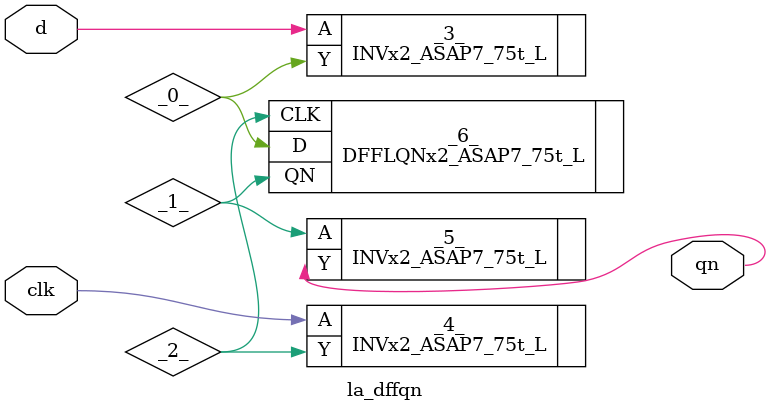
<source format=v>

/* Generated by Yosys 0.37 (git sha1 a5c7f69ed, clang 14.0.0-1ubuntu1.1 -fPIC -Os) */

module la_dffqn(d, clk, qn);
  wire _0_;
  wire _1_;
  wire _2_;
  input clk;
  wire clk;
  input d;
  wire d;
  output qn;
  wire qn;
  INVx2_ASAP7_75t_L _3_ (
    .A(d),
    .Y(_0_)
  );
  INVx2_ASAP7_75t_L _4_ (
    .A(clk),
    .Y(_2_)
  );
  INVx2_ASAP7_75t_L _5_ (
    .A(_1_),
    .Y(qn)
  );
  DFFLQNx2_ASAP7_75t_L _6_ (
    .CLK(_2_),
    .D(_0_),
    .QN(_1_)
  );
endmodule

</source>
